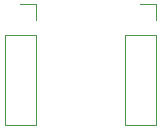
<source format=gbr>
%TF.GenerationSoftware,KiCad,Pcbnew,(5.1.6-0-10_14)*%
%TF.CreationDate,2020-08-30T17:10:21-06:00*%
%TF.ProjectId,BME280,424d4532-3830-42e6-9b69-6361645f7063,rev?*%
%TF.SameCoordinates,Original*%
%TF.FileFunction,Legend,Bot*%
%TF.FilePolarity,Positive*%
%FSLAX46Y46*%
G04 Gerber Fmt 4.6, Leading zero omitted, Abs format (unit mm)*
G04 Created by KiCad (PCBNEW (5.1.6-0-10_14)) date 2020-08-30 17:10:21*
%MOMM*%
%LPD*%
G01*
G04 APERTURE LIST*
%ADD10C,0.120000*%
G04 APERTURE END LIST*
D10*
%TO.C,J2*%
X191957000Y-114487000D02*
X189297000Y-114487000D01*
X191957000Y-106807000D02*
X191957000Y-114487000D01*
X189297000Y-106807000D02*
X189297000Y-114487000D01*
X191957000Y-106807000D02*
X189297000Y-106807000D01*
X191957000Y-105537000D02*
X191957000Y-104207000D01*
X191957000Y-104207000D02*
X190627000Y-104207000D01*
%TO.C,J1*%
X181797000Y-114487000D02*
X179137000Y-114487000D01*
X181797000Y-106807000D02*
X181797000Y-114487000D01*
X179137000Y-106807000D02*
X179137000Y-114487000D01*
X181797000Y-106807000D02*
X179137000Y-106807000D01*
X181797000Y-105537000D02*
X181797000Y-104207000D01*
X181797000Y-104207000D02*
X180467000Y-104207000D01*
%TD*%
M02*

</source>
